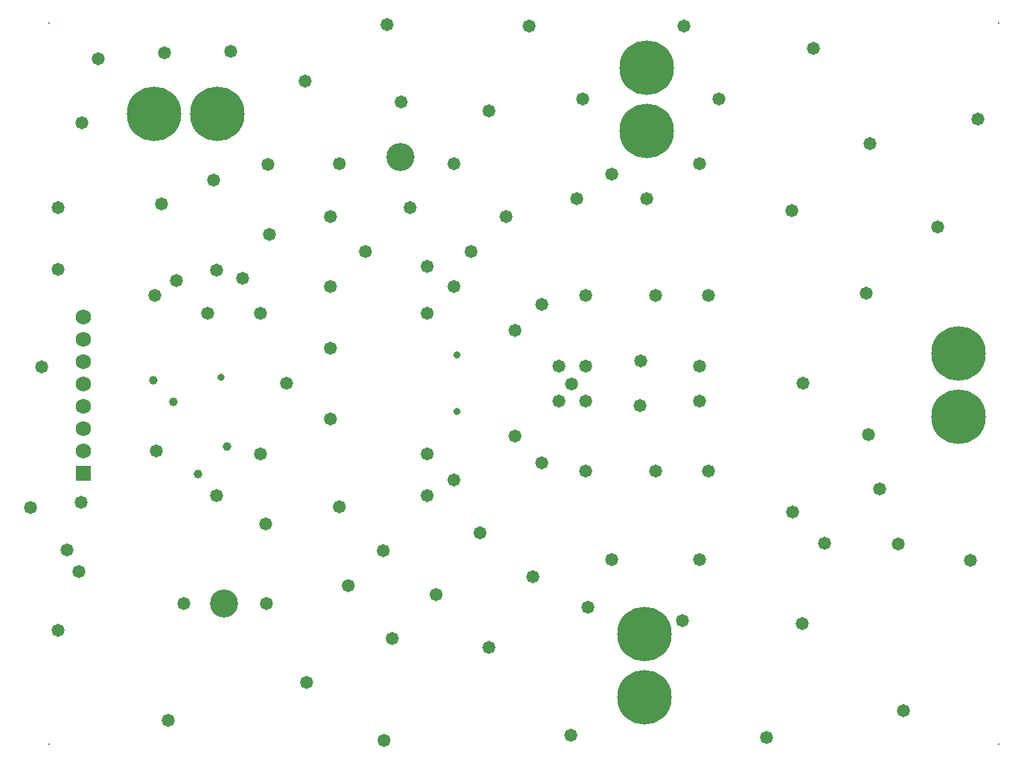
<source format=gbr>
%TF.GenerationSoftware,Altium Limited,Altium Designer,19.1.8 (144)*%
G04 Layer_Color=16711935*
%FSLAX26Y26*%
%MOIN*%
%TF.FileFunction,Soldermask,Bot*%
%TF.Part,Single*%
G01*
G75*
%TA.AperFunction,ComponentPad*%
%ADD33C,0.244220*%
%ADD34C,0.068000*%
%ADD35R,0.068000X0.068000*%
%TA.AperFunction,ViaPad*%
%ADD36C,0.126110*%
%ADD37C,0.008000*%
%ADD38C,0.031622*%
%ADD39C,0.058000*%
%ADD40C,0.039496*%
D33*
X4228346Y1905512D02*
D03*
Y1622047D02*
D03*
X2822835Y366142D02*
D03*
Y649606D02*
D03*
X2834646Y2901575D02*
D03*
Y3185039D02*
D03*
X625984Y2980315D02*
D03*
X909449D02*
D03*
D34*
X310039Y2068700D02*
D03*
Y1968700D02*
D03*
Y1868700D02*
D03*
Y1768700D02*
D03*
Y1668700D02*
D03*
Y1568700D02*
D03*
Y1468700D02*
D03*
D35*
Y1368700D02*
D03*
D36*
X941142Y786417D02*
D03*
X1729331Y2786417D02*
D03*
D37*
X4409449Y3385827D02*
D03*
X157480D02*
D03*
Y157480D02*
D03*
X4409449D02*
D03*
D38*
X1984252Y1897638D02*
D03*
Y1645669D02*
D03*
X925197Y1799213D02*
D03*
D39*
X637795Y1468504D02*
D03*
X122047Y1846457D02*
D03*
X893701Y2681102D02*
D03*
X3157480Y3047244D02*
D03*
X2547244D02*
D03*
X726772Y2231102D02*
D03*
X629921Y2165354D02*
D03*
X759842Y787402D02*
D03*
X3488189Y1196850D02*
D03*
X2803150Y1673228D02*
D03*
X2807087Y1874016D02*
D03*
X2496063Y1767716D02*
D03*
X3000000Y3374016D02*
D03*
X2307087D02*
D03*
X1669291Y3377953D02*
D03*
X303150Y2940945D02*
D03*
X196850Y665354D02*
D03*
X688976Y263779D02*
D03*
X1657480Y173228D02*
D03*
X2492126Y196850D02*
D03*
X3370079Y185039D02*
D03*
X3531496Y696850D02*
D03*
X3984252Y307087D02*
D03*
X4283465Y980315D02*
D03*
X3826772Y1543307D02*
D03*
X3814961Y2177165D02*
D03*
X4137795Y2472441D02*
D03*
X4314961Y2956693D02*
D03*
X3834646Y2846457D02*
D03*
X3484252Y2547244D02*
D03*
X3578740Y3271653D02*
D03*
X3877953Y1299213D02*
D03*
X3960630Y1051181D02*
D03*
X3629921Y1055118D02*
D03*
X1303150Y3125984D02*
D03*
X1311024Y433071D02*
D03*
X74803Y1216535D02*
D03*
X236220Y1027559D02*
D03*
X299213Y1240158D02*
D03*
X673228Y3251968D02*
D03*
X377953Y3224409D02*
D03*
X968504Y3259843D02*
D03*
X661417Y2574803D02*
D03*
X1137795Y2751968D02*
D03*
X1125984Y1141732D02*
D03*
X1129921Y787402D02*
D03*
X866142Y2086614D02*
D03*
X196850Y2559055D02*
D03*
Y2283465D02*
D03*
X1141732Y2440945D02*
D03*
X1023622Y2244095D02*
D03*
X1220472Y1771653D02*
D03*
X1102362Y2086614D02*
D03*
Y1456693D02*
D03*
X2125984Y2992126D02*
D03*
X1968504Y2755905D02*
D03*
X1732284Y3031496D02*
D03*
X1456693Y2755905D02*
D03*
X1771653Y2559055D02*
D03*
X1417323Y2519685D02*
D03*
X1574803Y2362205D02*
D03*
X1417323Y2204724D02*
D03*
Y1614173D02*
D03*
Y1929134D02*
D03*
X3070866Y2755905D02*
D03*
X2677165Y2708661D02*
D03*
X2834646Y2598425D02*
D03*
X2519685D02*
D03*
X2204724Y2519685D02*
D03*
X2047244Y2362205D02*
D03*
X1968504Y2204724D02*
D03*
X1850394Y2086614D02*
D03*
X2992126Y708661D02*
D03*
X3070866Y984252D02*
D03*
X2677165D02*
D03*
X2570866Y767716D02*
D03*
X2322835Y905512D02*
D03*
X2086614Y1102362D02*
D03*
X1968504Y1338583D02*
D03*
X1850394Y1456693D02*
D03*
X1692913Y629921D02*
D03*
X1496063Y866142D02*
D03*
X2125984Y590551D02*
D03*
X1889764Y826772D02*
D03*
X1653543Y1023622D02*
D03*
X1456693Y1220472D02*
D03*
X3110236Y2165354D02*
D03*
X2874016D02*
D03*
X2559055D02*
D03*
X2362205Y2125984D02*
D03*
X2244095Y2007874D02*
D03*
X2559055Y1692913D02*
D03*
Y1850394D02*
D03*
X3070866D02*
D03*
Y1692913D02*
D03*
X2440945D02*
D03*
Y1850394D02*
D03*
X3110236Y1377953D02*
D03*
X2874016D02*
D03*
X2559055D02*
D03*
X2362205Y1417323D02*
D03*
X2244095Y1535433D02*
D03*
X905512Y2279724D02*
D03*
X289370Y929134D02*
D03*
X1851378Y2295276D02*
D03*
X905512Y1267716D02*
D03*
X1849409D02*
D03*
X3532480Y1773622D02*
D03*
D40*
X622047Y1787402D02*
D03*
X712598Y1688976D02*
D03*
X952756Y1488189D02*
D03*
X822835Y1366142D02*
D03*
%TF.MD5,a7a565b92b95742bd9cd51f944f73541*%
M02*

</source>
